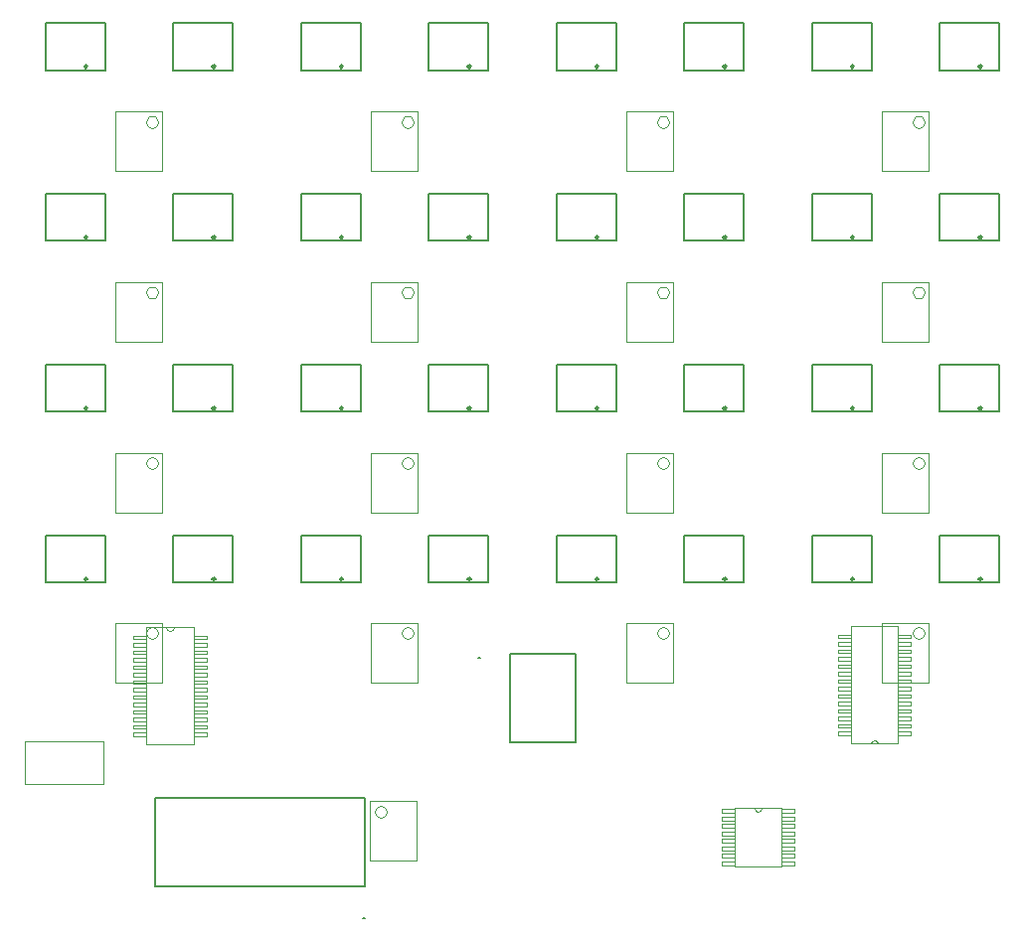
<source format=gbr>
G04*
G04 #@! TF.GenerationSoftware,Altium Limited,Altium Designer,24.1.2 (44)*
G04*
G04 Layer_Color=16711935*
%FSLAX44Y44*%
%MOMM*%
G71*
G04*
G04 #@! TF.SameCoordinates,FF60899B-E9A6-4C8F-AFAD-FD19F3B54CA5*
G04*
G04*
G04 #@! TF.FilePolarity,Positive*
G04*
G01*
G75*
%ADD11C,0.2000*%
%ADD15C,0.1000*%
%ADD16C,0.1270*%
%ADD74C,0.0000*%
%ADD75C,0.0254*%
D11*
X316150Y13950D02*
X314150D01*
X316150D01*
X414250Y235950D02*
X412250D01*
X414250D01*
X841407Y739629D02*
X839907Y741128D01*
X838407Y739629D01*
X839907Y738129D01*
X841407Y739629D01*
X406207Y303228D02*
X404707Y304729D01*
X403207Y303228D01*
X404707Y301728D01*
X406207Y303228D01*
X732607D02*
X731107Y304729D01*
X729607Y303228D01*
X731107Y301728D01*
X732607Y303228D01*
X623807D02*
X622307Y304729D01*
X620807Y303228D01*
X622307Y301728D01*
X623807Y303228D01*
X406179Y448695D02*
X404679Y450195D01*
X403179Y448695D01*
X404679Y447195D01*
X406179Y448695D01*
X623779D02*
X622279Y450195D01*
X620779Y448695D01*
X622279Y447195D01*
X623779Y448695D01*
X515007Y303228D02*
X513507Y304729D01*
X512007Y303228D01*
X513507Y301728D01*
X515007Y303228D01*
X732579Y448695D02*
X731079Y450195D01*
X729579Y448695D01*
X731079Y447195D01*
X732579Y448695D01*
X514979D02*
X513479Y450195D01*
X511979Y448695D01*
X513479Y447195D01*
X514979Y448695D01*
X297379D02*
X295879Y450195D01*
X294379Y448695D01*
X295879Y447195D01*
X297379Y448695D01*
X297407Y303228D02*
X295907Y304729D01*
X294407Y303228D01*
X295907Y301728D01*
X297407Y303228D01*
X79808Y739629D02*
X78307Y741128D01*
X76807Y739629D01*
X78307Y738129D01*
X79808Y739629D01*
X188579D02*
X187079Y741128D01*
X185579Y739629D01*
X187079Y738129D01*
X188579Y739629D01*
X297379Y594162D02*
X295879Y595662D01*
X294379Y594162D01*
X295879Y592662D01*
X297379Y594162D01*
X188579D02*
X187079Y595662D01*
X185579Y594162D01*
X187079Y592662D01*
X188579Y594162D01*
X79808D02*
X78307Y595662D01*
X76807Y594162D01*
X78307Y592662D01*
X79808Y594162D01*
X297379Y739629D02*
X295879Y741128D01*
X294379Y739629D01*
X295879Y738129D01*
X297379Y739629D01*
X188607Y303228D02*
X187107Y304729D01*
X185607Y303228D01*
X187107Y301728D01*
X188607Y303228D01*
X79808D02*
X78307Y304729D01*
X76807Y303228D01*
X78307Y301728D01*
X79808Y303228D01*
X188579Y448695D02*
X187079Y450195D01*
X185579Y448695D01*
X187079Y447195D01*
X188579Y448695D01*
X79808D02*
X78307Y450195D01*
X76807Y448695D01*
X78307Y447195D01*
X79808Y448695D01*
X841407Y303228D02*
X839907Y304729D01*
X838407Y303228D01*
X839907Y301728D01*
X841407Y303228D01*
Y448695D02*
X839907Y450195D01*
X838407Y448695D01*
X839907Y447195D01*
X841407Y448695D01*
X623779Y594162D02*
X622279Y595662D01*
X620779Y594162D01*
X622279Y592662D01*
X623779Y594162D01*
X732579D02*
X731079Y595662D01*
X729579Y594162D01*
X731079Y592662D01*
X732579Y594162D01*
X841407D02*
X839907Y595662D01*
X838407Y594162D01*
X839907Y592662D01*
X841407Y594162D01*
X514979D02*
X513479Y595662D01*
X511979Y594162D01*
X513479Y592662D01*
X514979Y594162D01*
X406179D02*
X404679Y595662D01*
X403179Y594162D01*
X404679Y592662D01*
X406179Y594162D01*
X514979Y739629D02*
X513479Y741128D01*
X511979Y739629D01*
X513479Y738129D01*
X514979Y739629D01*
X732579D02*
X731079Y741128D01*
X729579Y739629D01*
X731079Y738129D01*
X732579Y739629D01*
X623779D02*
X622279Y741128D01*
X620779Y739629D01*
X622279Y738129D01*
X623779Y739629D01*
X406179D02*
X404679Y741128D01*
X403179Y739629D01*
X404679Y738129D01*
X406179Y739629D01*
D15*
X792400Y256832D02*
X791730Y259332D01*
X789900Y261162D01*
X787400Y261832D01*
X784900Y261162D01*
X783070Y259332D01*
X782400Y256832D01*
X783070Y254332D01*
X784900Y252502D01*
X787400Y251832D01*
X789900Y252502D01*
X791730Y254332D01*
X792400Y256832D01*
Y401739D02*
X791730Y404239D01*
X789900Y406069D01*
X787400Y406739D01*
X784900Y406069D01*
X783070Y404239D01*
X782400Y401739D01*
X783070Y399239D01*
X784900Y397409D01*
X787400Y396739D01*
X789900Y397409D01*
X791730Y399239D01*
X792400Y401739D01*
Y547206D02*
X791730Y549706D01*
X789900Y551536D01*
X787400Y552206D01*
X784900Y551536D01*
X783070Y549706D01*
X782400Y547206D01*
X783070Y544706D01*
X784900Y542876D01*
X787400Y542206D01*
X789900Y542876D01*
X791730Y544706D01*
X792400Y547206D01*
Y692672D02*
X791730Y695172D01*
X789900Y697002D01*
X787400Y697672D01*
X784900Y697002D01*
X783070Y695172D01*
X782400Y692672D01*
X783070Y690172D01*
X784900Y688342D01*
X787400Y687672D01*
X789900Y688342D01*
X791730Y690172D01*
X792400Y692672D01*
X574800Y256832D02*
X574130Y259332D01*
X572300Y261162D01*
X569800Y261832D01*
X567300Y261162D01*
X565470Y259332D01*
X564800Y256832D01*
X565470Y254332D01*
X567300Y252502D01*
X569800Y251832D01*
X572300Y252502D01*
X574130Y254332D01*
X574800Y256832D01*
Y401739D02*
X574130Y404239D01*
X572300Y406069D01*
X569800Y406739D01*
X567300Y406069D01*
X565470Y404239D01*
X564800Y401739D01*
X565470Y399239D01*
X567300Y397409D01*
X569800Y396739D01*
X572300Y397409D01*
X574130Y399239D01*
X574800Y401739D01*
Y547206D02*
X574130Y549706D01*
X572300Y551536D01*
X569800Y552206D01*
X567300Y551536D01*
X565470Y549706D01*
X564800Y547206D01*
X565470Y544706D01*
X567300Y542876D01*
X569800Y542206D01*
X572300Y542876D01*
X574130Y544706D01*
X574800Y547206D01*
Y692672D02*
X574130Y695172D01*
X572300Y697002D01*
X569800Y697672D01*
X567300Y697002D01*
X565470Y695172D01*
X564800Y692672D01*
X565470Y690172D01*
X567300Y688342D01*
X569800Y687672D01*
X572300Y688342D01*
X574130Y690172D01*
X574800Y692672D01*
X357200Y256832D02*
X356530Y259332D01*
X354700Y261162D01*
X352200Y261832D01*
X349700Y261162D01*
X347870Y259332D01*
X347200Y256832D01*
X347870Y254332D01*
X349700Y252502D01*
X352200Y251832D01*
X354700Y252502D01*
X356530Y254332D01*
X357200Y256832D01*
Y401739D02*
X356530Y404239D01*
X354700Y406069D01*
X352200Y406739D01*
X349700Y406069D01*
X347870Y404239D01*
X347200Y401739D01*
X347870Y399239D01*
X349700Y397409D01*
X352200Y396739D01*
X354700Y397409D01*
X356530Y399239D01*
X357200Y401739D01*
Y547206D02*
X356530Y549706D01*
X354700Y551536D01*
X352200Y552206D01*
X349700Y551536D01*
X347870Y549706D01*
X347200Y547206D01*
X347870Y544706D01*
X349700Y542876D01*
X352200Y542206D01*
X354700Y542876D01*
X356530Y544706D01*
X357200Y547206D01*
Y692672D02*
X356530Y695172D01*
X354700Y697002D01*
X352200Y697672D01*
X349700Y697002D01*
X347870Y695172D01*
X347200Y692672D01*
X347870Y690172D01*
X349700Y688342D01*
X352200Y687672D01*
X354700Y688342D01*
X356530Y690172D01*
X357200Y692672D01*
X139600Y256832D02*
X138930Y259332D01*
X137100Y261162D01*
X134600Y261832D01*
X132100Y261162D01*
X130270Y259332D01*
X129600Y256832D01*
X130270Y254332D01*
X132100Y252502D01*
X134600Y251832D01*
X137100Y252502D01*
X138930Y254332D01*
X139600Y256832D01*
Y401739D02*
X138930Y404239D01*
X137100Y406069D01*
X134600Y406739D01*
X132100Y406069D01*
X130270Y404239D01*
X129600Y401739D01*
X130270Y399239D01*
X132100Y397409D01*
X134600Y396739D01*
X137100Y397409D01*
X138930Y399239D01*
X139600Y401739D01*
Y547206D02*
X138930Y549706D01*
X137100Y551536D01*
X134600Y552206D01*
X132100Y551536D01*
X130270Y549706D01*
X129600Y547206D01*
X130270Y544706D01*
X132100Y542876D01*
X134600Y542206D01*
X137100Y542876D01*
X138930Y544706D01*
X139600Y547206D01*
Y692672D02*
X138930Y695172D01*
X137100Y697002D01*
X134600Y697672D01*
X132100Y697002D01*
X130270Y695172D01*
X129600Y692672D01*
X130270Y690172D01*
X132100Y688342D01*
X134600Y687672D01*
X137100Y688342D01*
X138930Y690172D01*
X139600Y692672D01*
X334200Y104875D02*
X333530Y107375D01*
X331700Y109205D01*
X329200Y109875D01*
X326700Y109205D01*
X324870Y107375D01*
X324200Y104875D01*
X324870Y102375D01*
X326700Y100545D01*
X329200Y99875D01*
X331700Y100545D01*
X333530Y102375D01*
X334200Y104875D01*
X796400Y214832D02*
Y265832D01*
X756400Y214832D02*
Y265832D01*
X796400D01*
X756400Y214832D02*
X796400D01*
Y359739D02*
Y410739D01*
X756400Y359739D02*
Y410739D01*
X796400D01*
X756400Y359739D02*
X796400D01*
Y505206D02*
Y556206D01*
X756400Y505206D02*
Y556206D01*
X796400D01*
X756400Y505206D02*
X796400D01*
X756400Y650672D02*
X796400D01*
X756400Y701672D02*
X796400D01*
X756400Y650672D02*
Y701672D01*
X796400Y650672D02*
Y701672D01*
X578800Y214832D02*
Y265832D01*
X538800Y214832D02*
Y265832D01*
X578800D01*
X538800Y214832D02*
X578800D01*
Y359739D02*
Y410739D01*
X538800Y359739D02*
Y410739D01*
X578800D01*
X538800Y359739D02*
X578800D01*
Y505206D02*
Y556206D01*
X538800Y505206D02*
Y556206D01*
X578800D01*
X538800Y505206D02*
X578800D01*
Y650672D02*
Y701672D01*
X538800Y650672D02*
Y701672D01*
X578800D01*
X538800Y650672D02*
X578800D01*
X361200Y214832D02*
Y265832D01*
X321200Y214832D02*
Y265832D01*
X361200D01*
X321200Y214832D02*
X361200D01*
Y359739D02*
Y410739D01*
X321200Y359739D02*
Y410739D01*
X361200D01*
X321200Y359739D02*
X361200D01*
Y505206D02*
Y556206D01*
X321200Y505206D02*
Y556206D01*
X361200D01*
X321200Y505206D02*
X361200D01*
Y650672D02*
Y701672D01*
X321200Y650672D02*
Y701672D01*
X361200D01*
X321200Y650672D02*
X361200D01*
X93500Y128100D02*
Y165100D01*
X26500Y128100D02*
Y165100D01*
Y128100D02*
X93500D01*
X26500Y165100D02*
X93500D01*
X143600Y214832D02*
Y265832D01*
X103600Y214832D02*
Y265832D01*
X143600D01*
X103600Y214832D02*
X143600D01*
Y359739D02*
Y410739D01*
X103600Y359739D02*
Y410739D01*
X143600D01*
X103600Y359739D02*
X143600D01*
Y505206D02*
Y556206D01*
X103600Y505206D02*
Y556206D01*
X143600D01*
X103600Y505206D02*
X143600D01*
Y650672D02*
Y701672D01*
X103600Y650672D02*
Y701672D01*
X143600D01*
X103600Y650672D02*
X143600D01*
X320200Y62875D02*
Y113875D01*
X360200Y62875D02*
Y113875D01*
X320200D02*
X360200D01*
X320200Y62875D02*
X360200D01*
D16*
X137100Y41500D02*
X316100D01*
X137100D02*
Y116500D01*
X316100Y41500D02*
Y116500D01*
X137100D02*
X316100D01*
X495300Y164400D02*
Y239400D01*
X439300Y164400D02*
Y239400D01*
Y164400D02*
X495300D01*
X439300Y239400D02*
X495300D01*
X805379Y736676D02*
X856279D01*
X805379D02*
Y776676D01*
X856279D01*
Y736676D02*
Y776676D01*
X421079Y300276D02*
Y340276D01*
X370179D02*
X421079D01*
X370179Y300276D02*
Y340276D01*
Y300276D02*
X421079D01*
X747479D02*
Y340276D01*
X696579D02*
X747479D01*
X696579Y300276D02*
Y340276D01*
Y300276D02*
X747479D01*
X638679D02*
Y340276D01*
X587779D02*
X638679D01*
X587779Y300276D02*
Y340276D01*
Y300276D02*
X638679D01*
X421050Y445743D02*
Y485743D01*
X370150D02*
X421050D01*
X370150Y445743D02*
Y485743D01*
Y445743D02*
X421050D01*
X638650D02*
Y485743D01*
X587750D02*
X638650D01*
X587750Y445743D02*
Y485743D01*
Y445743D02*
X638650D01*
X529879Y300276D02*
Y340276D01*
X478979D02*
X529879D01*
X478979Y300276D02*
Y340276D01*
Y300276D02*
X529879D01*
X747450Y445743D02*
Y485743D01*
X696550D02*
X747450D01*
X696550Y445743D02*
Y485743D01*
Y445743D02*
X747450D01*
X529850D02*
Y485743D01*
X478950D02*
X529850D01*
X478950Y445743D02*
Y485743D01*
Y445743D02*
X529850D01*
X312250D02*
Y485743D01*
X261350D02*
X312250D01*
X261350Y445743D02*
Y485743D01*
Y445743D02*
X312250D01*
X312279Y300276D02*
Y340276D01*
X261379D02*
X312279D01*
X261379Y300276D02*
Y340276D01*
Y300276D02*
X312279D01*
X94679Y736676D02*
Y776676D01*
X43779D02*
X94679D01*
X43779Y736676D02*
Y776676D01*
Y736676D02*
X94679D01*
X203450D02*
Y776676D01*
X152550D02*
X203450D01*
X152550Y736676D02*
Y776676D01*
Y736676D02*
X203450D01*
X312250Y591210D02*
Y631210D01*
X261350D02*
X312250D01*
X261350Y591210D02*
Y631210D01*
Y591210D02*
X312250D01*
X203450D02*
Y631210D01*
X152550D02*
X203450D01*
X152550Y591210D02*
Y631210D01*
Y591210D02*
X203450D01*
X94679D02*
Y631210D01*
X43779D02*
X94679D01*
X43779Y591210D02*
Y631210D01*
Y591210D02*
X94679D01*
X312250Y736676D02*
Y776676D01*
X261350D02*
X312250D01*
X261350Y736676D02*
Y776676D01*
Y736676D02*
X312250D01*
X203479Y300276D02*
Y340276D01*
X152579D02*
X203479D01*
X152579Y300276D02*
Y340276D01*
Y300276D02*
X203479D01*
X94679D02*
Y340276D01*
X43779D02*
X94679D01*
X43779Y300276D02*
Y340276D01*
Y300276D02*
X94679D01*
X203450Y445743D02*
Y485743D01*
X152550D02*
X203450D01*
X152550Y445743D02*
Y485743D01*
Y445743D02*
X203450D01*
X94679D02*
Y485743D01*
X43779D02*
X94679D01*
X43779Y445743D02*
Y485743D01*
Y445743D02*
X94679D01*
X856279Y300276D02*
Y340276D01*
X805379D02*
X856279D01*
X805379Y300276D02*
Y340276D01*
Y300276D02*
X856279D01*
Y445743D02*
Y485743D01*
X805379D02*
X856279D01*
X805379Y445743D02*
Y485743D01*
Y445743D02*
X856279D01*
X638650Y591210D02*
Y631210D01*
X587750D02*
X638650D01*
X587750Y591210D02*
Y631210D01*
Y591210D02*
X638650D01*
X747450D02*
Y631210D01*
X696550D02*
X747450D01*
X696550Y591210D02*
Y631210D01*
Y591210D02*
X747450D01*
X856279D02*
Y631210D01*
X805379D02*
X856279D01*
X805379Y591210D02*
Y631210D01*
Y591210D02*
X856279D01*
X529850D02*
Y631210D01*
X478950D02*
X529850D01*
X478950Y591210D02*
Y631210D01*
Y591210D02*
X529850D01*
X421050D02*
Y631210D01*
X370150D02*
X421050D01*
X370150Y591210D02*
Y631210D01*
Y591210D02*
X421050D01*
X529850Y736676D02*
Y776676D01*
X478950D02*
X529850D01*
X478950Y736676D02*
Y776676D01*
Y736676D02*
X529850D01*
X747450D02*
Y776676D01*
X696550D02*
X747450D01*
X696550Y736676D02*
Y776676D01*
Y736676D02*
X747450D01*
X638650D02*
Y776676D01*
X587750D02*
X638650D01*
X587750Y736676D02*
Y776676D01*
Y736676D02*
X638650D01*
X421050D02*
Y776676D01*
X370150D02*
X421050D01*
X370150Y736676D02*
Y776676D01*
Y736676D02*
X421050D01*
D74*
X753048Y162989D02*
X752155Y165144D01*
X750000Y166037D01*
X747845Y165144D01*
X746952Y162989D01*
X647552Y108092D02*
X648445Y105937D01*
X650600Y105044D01*
X652755Y105937D01*
X653648Y108092D01*
X146952Y262135D02*
X147845Y259979D01*
X150000Y259087D01*
X152155Y259979D01*
X153048Y262135D01*
D75*
X769939Y162989D02*
Y262811D01*
X730061Y162989D02*
X769939D01*
X730061D02*
Y262811D01*
X769939D01*
X719012Y170101D02*
X730061D01*
X719012D02*
Y173149D01*
X730061D01*
Y170101D02*
Y173149D01*
X719012Y176451D02*
X730061D01*
X719012D02*
Y179499D01*
X730061D01*
Y176451D02*
Y179499D01*
X719012Y182801D02*
X730061D01*
X719012D02*
Y185849D01*
X730061D01*
Y182801D02*
Y185849D01*
X719012Y189151D02*
X730061D01*
X719012D02*
Y192199D01*
X730061D01*
Y189151D02*
Y192199D01*
X719012Y195501D02*
X730061D01*
X719012D02*
Y198549D01*
X730061D01*
Y195501D02*
Y198549D01*
X719012Y201851D02*
X730061D01*
X719012D02*
Y204899D01*
X730061D01*
Y201851D02*
Y204899D01*
X719012Y208201D02*
X730061D01*
X719012D02*
Y211249D01*
X730061D01*
Y208201D02*
Y211249D01*
X719012Y214551D02*
X730061D01*
X719012D02*
Y217599D01*
X730061D01*
Y214551D02*
Y217599D01*
X719012Y220901D02*
X730061D01*
X719012D02*
Y223949D01*
X730061D01*
Y220901D02*
Y223949D01*
X719012Y227251D02*
X730061D01*
X719012D02*
Y230299D01*
X730061D01*
Y227251D02*
Y230299D01*
X719012Y233601D02*
X730061D01*
X719012D02*
Y236649D01*
X730061D01*
Y233601D02*
Y236649D01*
X719012Y239951D02*
X730061D01*
X719012D02*
Y242999D01*
X730061D01*
Y239951D02*
Y242999D01*
X719012Y246301D02*
X730061D01*
X719012D02*
Y249349D01*
X730061D01*
Y246301D02*
Y249349D01*
X719012Y252651D02*
X730061D01*
X719012D02*
Y255699D01*
X730061D01*
Y252651D02*
Y255699D01*
X769939D02*
X780988D01*
Y252651D02*
Y255699D01*
X769939Y252651D02*
X780988D01*
X769939D02*
Y255699D01*
Y249349D02*
X780988D01*
Y246301D02*
Y249349D01*
X769939Y246301D02*
X780988D01*
X769939D02*
Y249349D01*
Y242999D02*
X780988D01*
Y239951D02*
Y242999D01*
X769939Y239951D02*
X780988D01*
X769939D02*
Y242999D01*
Y236649D02*
X780988D01*
Y233601D02*
Y236649D01*
X769939Y233601D02*
X780988D01*
X769939D02*
Y236649D01*
Y230299D02*
X780988D01*
Y227251D02*
Y230299D01*
X769939Y227251D02*
X780988D01*
X769939D02*
Y230299D01*
Y223949D02*
X780988D01*
Y220901D02*
Y223949D01*
X769939Y220901D02*
X780988D01*
X769939D02*
Y223949D01*
Y217599D02*
X780988D01*
Y214551D02*
Y217599D01*
X769939Y214551D02*
X780988D01*
X769939D02*
Y217599D01*
Y211249D02*
X780988D01*
Y208201D02*
Y211249D01*
X769939Y208201D02*
X780988D01*
X769939D02*
Y211249D01*
Y204899D02*
X780988D01*
Y201851D02*
Y204899D01*
X769939Y201851D02*
X780988D01*
X769939D02*
Y204899D01*
Y198549D02*
X780988D01*
Y195501D02*
Y198549D01*
X769939Y195501D02*
X780988D01*
X769939D02*
Y198549D01*
Y192199D02*
X780988D01*
Y189151D02*
Y192199D01*
X769939Y189151D02*
X780988D01*
X769939D02*
Y192199D01*
Y185849D02*
X780988D01*
Y182801D02*
Y185849D01*
X769939Y182801D02*
X780988D01*
X769939D02*
Y185849D01*
Y179499D02*
X780988D01*
Y176451D02*
Y179499D01*
X769939Y176451D02*
X780988D01*
X769939D02*
Y179499D01*
Y173149D02*
X780988D01*
Y170101D02*
Y173149D01*
X769939Y170101D02*
X780988D01*
X769939D02*
Y173149D01*
X630661Y103901D02*
Y106949D01*
X619612D02*
X630661D01*
X619612Y103901D02*
Y106949D01*
Y103901D02*
X630661D01*
Y97551D02*
Y100599D01*
X619612D02*
X630661D01*
X619612Y97551D02*
Y100599D01*
Y97551D02*
X630661D01*
Y91201D02*
Y94249D01*
X619612D02*
X630661D01*
X619612Y91201D02*
Y94249D01*
Y91201D02*
X630661D01*
Y84851D02*
Y87899D01*
X619612D02*
X630661D01*
X619612Y84851D02*
Y87899D01*
Y84851D02*
X630661D01*
Y78501D02*
Y81549D01*
X619612D02*
X630661D01*
X619612Y78501D02*
Y81549D01*
Y78501D02*
X630661D01*
Y72151D02*
Y75199D01*
X619612D02*
X630661D01*
X619612Y72151D02*
Y75199D01*
Y72151D02*
X630661D01*
Y65801D02*
Y68849D01*
X619612D02*
X630661D01*
X619612Y65801D02*
Y68849D01*
Y65801D02*
X630661D01*
Y59451D02*
Y62499D01*
X619612D02*
X630661D01*
X619612Y59451D02*
Y62499D01*
Y59451D02*
X630661D01*
X670539D02*
Y62499D01*
Y59451D02*
X681588D01*
Y62499D01*
X670539D02*
X681588D01*
X670539Y65801D02*
Y68849D01*
Y65801D02*
X681588D01*
Y68849D01*
X670539D02*
X681588D01*
X670539Y72151D02*
Y75199D01*
Y72151D02*
X681588D01*
Y75199D01*
X670539D02*
X681588D01*
X670539Y78501D02*
Y81549D01*
Y78501D02*
X681588D01*
Y81549D01*
X670539D02*
X681588D01*
X670539Y84851D02*
Y87899D01*
Y84851D02*
X681588D01*
Y87899D01*
X670539D02*
X681588D01*
X670539Y91201D02*
Y94249D01*
Y91201D02*
X681588D01*
Y94249D01*
X670539D02*
X681588D01*
X670539Y97551D02*
Y100599D01*
Y97551D02*
X681588D01*
Y100599D01*
X670539D02*
X681588D01*
X670539Y103901D02*
Y106949D01*
Y103901D02*
X681588D01*
Y106949D01*
X670539D02*
X681588D01*
X630661Y58308D02*
X670539D01*
Y108092D01*
X630661D02*
X670539D01*
X630661Y58308D02*
Y108092D01*
X130061Y251975D02*
Y255023D01*
X119012D02*
X130061D01*
X119012Y251975D02*
Y255023D01*
Y251975D02*
X130061D01*
Y245625D02*
Y248673D01*
X119012D02*
X130061D01*
X119012Y245625D02*
Y248673D01*
Y245625D02*
X130061D01*
Y239275D02*
Y242323D01*
X119012D02*
X130061D01*
X119012Y239275D02*
Y242323D01*
Y239275D02*
X130061D01*
Y232925D02*
Y235973D01*
X119012D02*
X130061D01*
X119012Y232925D02*
Y235973D01*
Y232925D02*
X130061D01*
Y226575D02*
Y229623D01*
X119012D02*
X130061D01*
X119012Y226575D02*
Y229623D01*
Y226575D02*
X130061D01*
Y220225D02*
Y223273D01*
X119012D02*
X130061D01*
X119012Y220225D02*
Y223273D01*
Y220225D02*
X130061D01*
Y213875D02*
Y216923D01*
X119012D02*
X130061D01*
X119012Y213875D02*
Y216923D01*
Y213875D02*
X130061D01*
Y207525D02*
Y210573D01*
X119012D02*
X130061D01*
X119012Y207525D02*
Y210573D01*
Y207525D02*
X130061D01*
Y201175D02*
Y204223D01*
X119012D02*
X130061D01*
X119012Y201175D02*
Y204223D01*
Y201175D02*
X130061D01*
Y194825D02*
Y197873D01*
X119012D02*
X130061D01*
X119012Y194825D02*
Y197873D01*
Y194825D02*
X130061D01*
Y188475D02*
Y191523D01*
X119012D02*
X130061D01*
X119012Y188475D02*
Y191523D01*
Y188475D02*
X130061D01*
Y182125D02*
Y185173D01*
X119012D02*
X130061D01*
X119012Y182125D02*
Y185173D01*
Y182125D02*
X130061D01*
Y175775D02*
Y178823D01*
X119012D02*
X130061D01*
X119012Y175775D02*
Y178823D01*
Y175775D02*
X130061D01*
Y169425D02*
Y172473D01*
X119012D02*
X130061D01*
X119012Y169425D02*
Y172473D01*
Y169425D02*
X130061D01*
X169939D02*
Y172473D01*
Y169425D02*
X180988D01*
Y172473D01*
X169939D02*
X180988D01*
X169939Y175775D02*
Y178823D01*
Y175775D02*
X180988D01*
Y178823D01*
X169939D02*
X180988D01*
X169939Y182125D02*
Y185173D01*
Y182125D02*
X180988D01*
Y185173D01*
X169939D02*
X180988D01*
X169939Y188475D02*
Y191523D01*
Y188475D02*
X180988D01*
Y191523D01*
X169939D02*
X180988D01*
X169939Y194825D02*
Y197873D01*
Y194825D02*
X180988D01*
Y197873D01*
X169939D02*
X180988D01*
X169939Y201175D02*
Y204223D01*
Y201175D02*
X180988D01*
Y204223D01*
X169939D02*
X180988D01*
X169939Y207525D02*
Y210573D01*
Y207525D02*
X180988D01*
Y210573D01*
X169939D02*
X180988D01*
X169939Y213875D02*
Y216923D01*
Y213875D02*
X180988D01*
Y216923D01*
X169939D02*
X180988D01*
X169939Y220225D02*
Y223273D01*
Y220225D02*
X180988D01*
Y223273D01*
X169939D02*
X180988D01*
X169939Y226575D02*
Y229623D01*
Y226575D02*
X180988D01*
Y229623D01*
X169939D02*
X180988D01*
X169939Y232925D02*
Y235973D01*
Y232925D02*
X180988D01*
Y235973D01*
X169939D02*
X180988D01*
X169939Y239275D02*
Y242323D01*
Y239275D02*
X180988D01*
Y242323D01*
X169939D02*
X180988D01*
X169939Y245625D02*
Y248673D01*
Y245625D02*
X180988D01*
Y248673D01*
X169939D02*
X180988D01*
X169939Y251975D02*
Y255023D01*
Y251975D02*
X180988D01*
Y255023D01*
X169939D02*
X180988D01*
X130061Y162313D02*
X169939D01*
Y262135D01*
X130061D02*
X169939D01*
X130061Y162313D02*
Y262135D01*
M02*

</source>
